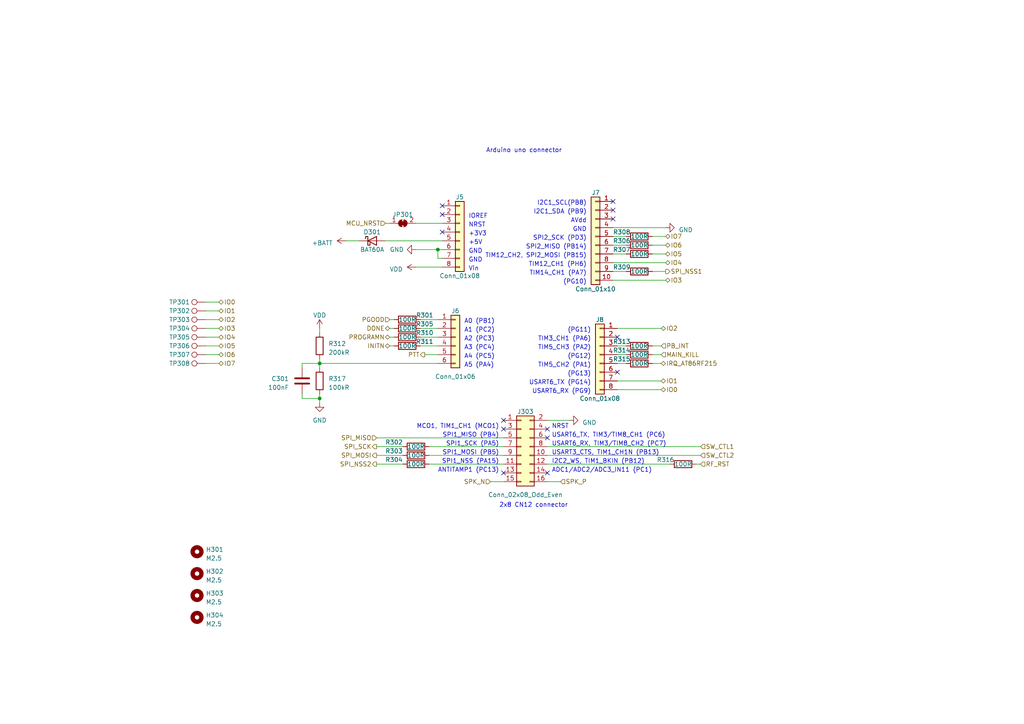
<source format=kicad_sch>
(kicad_sch (version 20230121) (generator eeschema)
  (paper "A4")
  (title_block (title "OpenHT - open source SDR handheld") (date "2023-02-17") (rev "A") (company "M17 Project") (comment 1 "Authors: Wojciech SP5WWP, Leo Hofer, Morgan ON4MOD"))
  (lib_symbols
    (symbol "Connector:TestPoint" (pin_numbers hide) (pin_names (offset 0.762) hide)
      (property "Reference" "TP" (at 0 6.858 0))
      (property "Value" "TestPoint" (at 0 5.08 0))
      (symbol "TestPoint_0_1"
        (circle (center 0 3.302) (radius 0.762))
      )
      (symbol "TestPoint_1_1"
        (pin passive line (at 0 0 90) (length 2.54) (name "1") (number "1"))
      )
    )
    (symbol "Connector_Generic:Conn_01x06" (pin_names (offset 1.016) hide)
      (property "Reference" "J" (at 0 7.62 0))
      (property "Value" "Conn_01x06" (at 0 -10.16 0))
      (symbol "Conn_01x06_1_1"
        (rectangle (start -1.27 -7.493) (end 0 -7.747) (stroke (width 0.1524)))
        (rectangle (start -1.27 -4.953) (end 0 -5.207) (stroke (width 0.1524)))
        (rectangle (start -1.27 -2.413) (end 0 -2.667) (stroke (width 0.1524)))
        (rectangle (start -1.27 0.127) (end 0 -0.127) (stroke (width 0.1524)))
        (rectangle (start -1.27 2.667) (end 0 2.413) (stroke (width 0.1524)))
        (rectangle (start -1.27 5.207) (end 0 4.953) (stroke (width 0.1524)))
        (rectangle (start -1.27 6.35) (end 1.27 -8.89) (stroke (width 0.254)) (fill (type background)))
        (pin passive line (at -5.08 5.08 0) (length 3.81) (name "Pin_1") (number "1"))
        (pin passive line (at -5.08 2.54 0) (length 3.81) (name "Pin_2") (number "2"))
        (pin passive line (at -5.08 0 0) (length 3.81) (name "Pin_3") (number "3"))
        (pin passive line (at -5.08 -2.54 0) (length 3.81) (name "Pin_4") (number "4"))
        (pin passive line (at -5.08 -5.08 0) (length 3.81) (name "Pin_5") (number "5"))
        (pin passive line (at -5.08 -7.62 0) (length 3.81) (name "Pin_6") (number "6"))
      )
    )
    (symbol "Connector_Generic:Conn_01x08" (pin_names (offset 1.016) hide)
      (property "Reference" "J" (at 0 10.16 0))
      (property "Value" "Conn_01x08" (at 0 -12.7 0))
      (symbol "Conn_01x08_1_1"
        (rectangle (start -1.27 -10.033) (end 0 -10.287) (stroke (width 0.1524)))
        (rectangle (start -1.27 -7.493) (end 0 -7.747) (stroke (width 0.1524)))
        (rectangle (start -1.27 -4.953) (end 0 -5.207) (stroke (width 0.1524)))
        (rectangle (start -1.27 -2.413) (end 0 -2.667) (stroke (width 0.1524)))
        (rectangle (start -1.27 0.127) (end 0 -0.127) (stroke (width 0.1524)))
        (rectangle (start -1.27 2.667) (end 0 2.413) (stroke (width 0.1524)))
        (rectangle (start -1.27 5.207) (end 0 4.953) (stroke (width 0.1524)))
        (rectangle (start -1.27 7.747) (end 0 7.493) (stroke (width 0.1524)))
        (rectangle (start -1.27 8.89) (end 1.27 -11.43) (stroke (width 0.254)) (fill (type background)))
        (pin passive line (at -5.08 7.62 0) (length 3.81) (name "Pin_1") (number "1"))
        (pin passive line (at -5.08 5.08 0) (length 3.81) (name "Pin_2") (number "2"))
        (pin passive line (at -5.08 2.54 0) (length 3.81) (name "Pin_3") (number "3"))
        (pin passive line (at -5.08 0 0) (length 3.81) (name "Pin_4") (number "4"))
        (pin passive line (at -5.08 -2.54 0) (length 3.81) (name "Pin_5") (number "5"))
        (pin passive line (at -5.08 -5.08 0) (length 3.81) (name "Pin_6") (number "6"))
        (pin passive line (at -5.08 -7.62 0) (length 3.81) (name "Pin_7") (number "7"))
        (pin passive line (at -5.08 -10.16 0) (length 3.81) (name "Pin_8") (number "8"))
      )
    )
    (symbol "Connector_Generic:Conn_01x10" (pin_names (offset 1.016) hide)
      (property "Reference" "J" (at 0 12.7 0))
      (property "Value" "Conn_01x10" (at 0 -15.24 0))
      (symbol "Conn_01x10_1_1"
        (rectangle (start -1.27 -12.573) (end 0 -12.827) (stroke (width 0.1524)))
        (rectangle (start -1.27 -10.033) (end 0 -10.287) (stroke (width 0.1524)))
        (rectangle (start -1.27 -7.493) (end 0 -7.747) (stroke (width 0.1524)))
        (rectangle (start -1.27 -4.953) (end 0 -5.207) (stroke (width 0.1524)))
        (rectangle (start -1.27 -2.413) (end 0 -2.667) (stroke (width 0.1524)))
        (rectangle (start -1.27 0.127) (end 0 -0.127) (stroke (width 0.1524)))
        (rectangle (start -1.27 2.667) (end 0 2.413) (stroke (width 0.1524)))
        (rectangle (start -1.27 5.207) (end 0 4.953) (stroke (width 0.1524)))
        (rectangle (start -1.27 7.747) (end 0 7.493) (stroke (width 0.1524)))
        (rectangle (start -1.27 10.287) (end 0 10.033) (stroke (width 0.1524)))
        (rectangle (start -1.27 11.43) (end 1.27 -13.97) (stroke (width 0.254)) (fill (type background)))
        (pin passive line (at -5.08 10.16 0) (length 3.81) (name "Pin_1") (number "1"))
        (pin passive line (at -5.08 -12.7 0) (length 3.81) (name "Pin_10") (number "10"))
        (pin passive line (at -5.08 7.62 0) (length 3.81) (name "Pin_2") (number "2"))
        (pin passive line (at -5.08 5.08 0) (length 3.81) (name "Pin_3") (number "3"))
        (pin passive line (at -5.08 2.54 0) (length 3.81) (name "Pin_4") (number "4"))
        (pin passive line (at -5.08 0 0) (length 3.81) (name "Pin_5") (number "5"))
        (pin passive line (at -5.08 -2.54 0) (length 3.81) (name "Pin_6") (number "6"))
        (pin passive line (at -5.08 -5.08 0) (length 3.81) (name "Pin_7") (number "7"))
        (pin passive line (at -5.08 -7.62 0) (length 3.81) (name "Pin_8") (number "8"))
        (pin passive line (at -5.08 -10.16 0) (length 3.81) (name "Pin_9") (number "9"))
      )
    )
    (symbol "Connector_Generic:Conn_02x08_Odd_Even" (pin_names (offset 1.016) hide)
      (property "Reference" "J" (at 1.27 10.16 0))
      (property "Value" "Conn_02x08_Odd_Even" (at 1.27 -12.7 0))
      (symbol "Conn_02x08_Odd_Even_1_1"
        (rectangle (start -1.27 -10.033) (end 0 -10.287) (stroke (width 0.1524)))
        (rectangle (start -1.27 -7.493) (end 0 -7.747) (stroke (width 0.1524)))
        (rectangle (start -1.27 -4.953) (end 0 -5.207) (stroke (width 0.1524)))
        (rectangle (start -1.27 -2.413) (end 0 -2.667) (stroke (width 0.1524)))
        (rectangle (start -1.27 0.127) (end 0 -0.127) (stroke (width 0.1524)))
        (rectangle (start -1.27 2.667) (end 0 2.413) (stroke (width 0.1524)))
        (rectangle (start -1.27 5.207) (end 0 4.953) (stroke (width 0.1524)))
        (rectangle (start -1.27 7.747) (end 0 7.493) (stroke (width 0.1524)))
        (rectangle (start -1.27 8.89) (end 3.81 -11.43) (stroke (width 0.254)) (fill (type background)))
        (rectangle (start 3.81 -10.033) (end 2.54 -10.287) (stroke (width 0.1524)))
        (rectangle (start 3.81 -7.493) (end 2.54 -7.747) (stroke (width 0.1524)))
        (rectangle (start 3.81 -4.953) (end 2.54 -5.207) (stroke (width 0.1524)))
        (rectangle (start 3.81 -2.413) (end 2.54 -2.667) (stroke (width 0.1524)))
        (rectangle (start 3.81 0.127) (end 2.54 -0.127) (stroke (width 0.1524)))
        (rectangle (start 3.81 2.667) (end 2.54 2.413) (stroke (width 0.1524)))
        (rectangle (start 3.81 5.207) (end 2.54 4.953) (stroke (width 0.1524)))
        (rectangle (start 3.81 7.747) (end 2.54 7.493) (stroke (width 0.1524)))
        (pin passive line (at -5.08 7.62 0) (length 3.81) (name "Pin_1") (number "1"))
        (pin passive line (at 7.62 -2.54 180) (length 3.81) (name "Pin_10") (number "10"))
        (pin passive line (at -5.08 -5.08 0) (length 3.81) (name "Pin_11") (number "11"))
        (pin passive line (at 7.62 -5.08 180) (length 3.81) (name "Pin_12") (number "12"))
        (pin passive line (at -5.08 -7.62 0) (length 3.81) (name "Pin_13") (number "13"))
        (pin passive line (at 7.62 -7.62 180) (length 3.81) (name "Pin_14") (number "14"))
        (pin passive line (at -5.08 -10.16 0) (length 3.81) (name "Pin_15") (number "15"))
        (pin passive line (at 7.62 -10.16 180) (length 3.81) (name "Pin_16") (number "16"))
        (pin passive line (at 7.62 7.62 180) (length 3.81) (name "Pin_2") (number "2"))
        (pin passive line (at -5.08 5.08 0) (length 3.81) (name "Pin_3") (number "3"))
        (pin passive line (at 7.62 5.08 180) (length 3.81) (name "Pin_4") (number "4"))
        (pin passive line (at -5.08 2.54 0) (length 3.81) (name "Pin_5") (number "5"))
        (pin passive line (at 7.62 2.54 180) (length 3.81) (name "Pin_6") (number "6"))
        (pin passive line (at -5.08 0 0) (length 3.81) (name "Pin_7") (number "7"))
        (pin passive line (at 7.62 0 180) (length 3.81) (name "Pin_8") (number "8"))
        (pin passive line (at -5.08 -2.54 0) (length 3.81) (name "Pin_9") (number "9"))
      )
    )
    (symbol "Device:C" (pin_numbers hide) (pin_names (offset 0.254))
      (property "Reference" "C" (at 0.635 2.54 0))
      (property "Value" "C" (at 0.635 -2.54 0))
      (symbol "C_0_1"
        (polyline (pts (xy -2.032 -0.762) (xy 2.032 -0.762)) (stroke (width 0.508)))
        (polyline (pts (xy -2.032 0.762) (xy 2.032 0.762)) (stroke (width 0.508)))
      )
      (symbol "C_1_1"
        (pin passive line (at 0 3.81 270) (length 2.794) (name "~") (number "1"))
        (pin passive line (at 0 -3.81 90) (length 2.794) (name "~") (number "2"))
      )
    )
    (symbol "Device:D_Schottky" (pin_numbers hide) (pin_names (offset 1.016) hide)
      (property "Reference" "D" (at 0 2.54 0))
      (property "Value" "D_Schottky" (at 0 -2.54 0))
      (symbol "D_Schottky_0_1"
        (polyline (pts (xy 1.27 0) (xy -1.27 0)))
        (polyline (pts (xy 1.27 1.27) (xy 1.27 -1.27) (xy -1.27 0) (xy 1.27 1.27)) (stroke (width 0.254)))
        (polyline (pts (xy -1.905 0.635) (xy -1.905 1.27) (xy -1.27 1.27) (xy -1.27 -1.27) (xy -0.635 -1.27) (xy -0.635 -0.635)) (stroke (width 0.254)))
      )
      (symbol "D_Schottky_1_1"
        (pin passive line (at -3.81 0 0) (length 2.54) (name "K") (number "1"))
        (pin passive line (at 3.81 0 180) (length 2.54) (name "A") (number "2"))
      )
    )
    (symbol "Device:R" (pin_numbers hide) (pin_names (offset 0))
      (property "Reference" "R" (at 2.032 0 90))
      (property "Value" "R" (at 0 0 90))
      (symbol "R_0_1"
        (rectangle (start -1.016 -2.54) (end 1.016 2.54) (stroke (width 0.254)))
      )
      (symbol "R_1_1"
        (pin passive line (at 0 3.81 270) (length 1.27) (name "~") (number "1"))
        (pin passive line (at 0 -3.81 90) (length 1.27) (name "~") (number "2"))
      )
    )
    (symbol "Jumper:SolderJumper_2_Bridged" (pin_names (offset 0) hide)
      (property "Reference" "JP" (at 0 2.032 0))
      (property "Value" "SolderJumper_2_Bridged" (at 0 -2.54 0))
      (symbol "SolderJumper_2_Bridged_0_1"
        (rectangle (start -0.508 0.508) (end 0.508 -0.508) (fill (type outline)))
        (arc (start -0.254 1.016) (mid -1.2656 0) (end -0.254 -1.016))
        (arc (start -0.254 1.016) (mid -1.2656 0) (end -0.254 -1.016) (fill (type outline)))
        (polyline (pts (xy -0.254 1.016) (xy -0.254 -1.016)))
        (polyline (pts (xy 0.254 1.016) (xy 0.254 -1.016)))
        (arc (start 0.254 -1.016) (mid 1.2656 0) (end 0.254 1.016))
        (arc (start 0.254 -1.016) (mid 1.2656 0) (end 0.254 1.016) (fill (type outline)))
      )
      (symbol "SolderJumper_2_Bridged_1_1"
        (pin passive line (at -3.81 0 0) (length 2.54) (name "A") (number "1"))
        (pin passive line (at 3.81 0 180) (length 2.54) (name "B") (number "2"))
      )
    )
    (symbol "Mechanical:MountingHole" (pin_names (offset 1.016))
      (property "Reference" "H" (at 0 5.08 0))
      (property "Value" "MountingHole" (at 0 3.175 0))
      (symbol "MountingHole_0_1"
        (circle (center 0 0) (radius 1.27) (stroke (width 1.27)))
      )
    )
    (symbol "power:+BATT" (power) (pin_names (offset 0))
      (property "Value" "+BATT" (at 0 3.556 0))
      (symbol "+BATT_0_1"
        (polyline (pts (xy -0.762 1.27) (xy 0 2.54)))
        (polyline (pts (xy 0 0) (xy 0 2.54)))
        (polyline (pts (xy 0 2.54) (xy 0.762 1.27)))
      )
      (symbol "+BATT_1_1"
        (pin power_in line (at 0 0 90) (length 0) hide (name "+BATT") (number "1"))
      )
    )
    (symbol "power:GND" (power) (pin_names (offset 0))
      (property "Value" "GND" (at 0 -3.81 0))
      (symbol "GND_0_1"
        (polyline (pts (xy 0 0) (xy 0 -1.27) (xy 1.27 -1.27) (xy 0 -2.54) (xy -1.27 -1.27) (xy 0 -1.27)))
      )
      (symbol "GND_1_1"
        (pin power_in line (at 0 0 270) (length 0) hide (name "GND") (number "1"))
      )
    )
    (symbol "power:VDD" (power) (pin_names (offset 0))
      (property "Value" "VDD" (at 0 3.81 0))
      (symbol "VDD_0_1"
        (polyline (pts (xy -0.762 1.27) (xy 0 2.54)))
        (polyline (pts (xy 0 0) (xy 0 2.54)))
        (polyline (pts (xy 0 2.54) (xy 0.762 1.27)))
      )
      (symbol "VDD_1_1"
        (pin power_in line (at 0 0 90) (length 0) hide (name "VDD") (number "1"))
      )
    )
  )
  (junction (at 92.71 105.41))
  (junction (at 92.71 115.57))
  (junction (at 127 72.39))
  (no_connect (at 177.8 60.96))
  (no_connect (at 179.07 107.95))
  (no_connect (at 128.27 59.69))
  (no_connect (at 179.07 97.79))
  (no_connect (at 128.27 62.23))
  (no_connect (at 128.27 67.31))
  (no_connect (at 146.05 121.92))
  (no_connect (at 158.75 127))
  (no_connect (at 177.8 63.5))
  (no_connect (at 146.05 137.16))
  (no_connect (at 146.05 124.46))
  (no_connect (at 158.75 137.16))
  (no_connect (at 158.75 124.46))
  (no_connect (at 177.8 58.42))
  (wire (pts (xy 59.69 90.17) (xy 63.5 90.17)))
  (wire (pts (xy 121.92 95.25) (xy 127 95.25)))
  (wire (pts (xy 92.71 105.41) (xy 127 105.41)))
  (wire (pts (xy 120.65 64.77) (xy 128.27 64.77)))
  (wire (pts (xy 92.71 116.84) (xy 92.71 115.57)))
  (wire (pts (xy 59.69 102.87) (xy 63.5 102.87)))
  (wire (pts (xy 127 72.39) (xy 120.65 72.39)))
  (wire (pts (xy 59.69 87.63) (xy 63.5 87.63)))
  (wire (pts (xy 165.1 121.92) (xy 158.75 121.92)))
  (wire (pts (xy 59.69 97.79) (xy 63.5 97.79)))
  (wire (pts (xy 109.22 129.54) (xy 116.84 129.54)))
  (wire (pts (xy 189.23 68.58) (xy 193.04 68.58)))
  (wire (pts (xy 179.07 102.87) (xy 181.61 102.87)))
  (wire (pts (xy 189.23 78.74) (xy 193.04 78.74)))
  (wire (pts (xy 113.03 95.25) (xy 114.3 95.25)))
  (wire (pts (xy 92.71 114.3) (xy 92.71 115.57)))
  (wire (pts (xy 111.76 69.85) (xy 128.27 69.85)))
  (wire (pts (xy 158.75 139.7) (xy 162.56 139.7)))
  (wire (pts (xy 113.03 100.33) (xy 114.3 100.33)))
  (wire (pts (xy 113.03 92.71) (xy 114.3 92.71)))
  (wire (pts (xy 124.46 132.08) (xy 146.05 132.08)))
  (wire (pts (xy 121.92 100.33) (xy 127 100.33)))
  (wire (pts (xy 158.75 134.62) (xy 194.31 134.62)))
  (wire (pts (xy 120.65 77.47) (xy 128.27 77.47)))
  (wire (pts (xy 177.8 73.66) (xy 181.61 73.66)))
  (wire (pts (xy 109.22 127) (xy 146.05 127)))
  (wire (pts (xy 158.75 129.54) (xy 203.2 129.54)))
  (wire (pts (xy 121.92 92.71) (xy 127 92.71)))
  (wire (pts (xy 177.8 71.12) (xy 181.61 71.12)))
  (wire (pts (xy 179.07 100.33) (xy 181.61 100.33)))
  (wire (pts (xy 201.93 134.62) (xy 203.2 134.62)))
  (wire (pts (xy 177.8 76.2) (xy 193.04 76.2)))
  (wire (pts (xy 111.76 64.77) (xy 113.03 64.77)))
  (wire (pts (xy 87.63 105.41) (xy 92.71 105.41)))
  (wire (pts (xy 92.71 105.41) (xy 92.71 106.68)))
  (wire (pts (xy 109.22 134.62) (xy 116.84 134.62)))
  (wire (pts (xy 123.19 102.87) (xy 127 102.87)))
  (wire (pts (xy 127 72.39) (xy 128.27 72.39)))
  (wire (pts (xy 189.23 102.87) (xy 191.77 102.87)))
  (wire (pts (xy 177.8 78.74) (xy 181.61 78.74)))
  (wire (pts (xy 124.46 129.54) (xy 146.05 129.54)))
  (wire (pts (xy 177.8 68.58) (xy 181.61 68.58)))
  (wire (pts (xy 127 74.93) (xy 127 72.39)))
  (wire (pts (xy 177.8 66.04) (xy 193.04 66.04)))
  (wire (pts (xy 179.07 113.03) (xy 191.77 113.03)))
  (wire (pts (xy 100.33 69.85) (xy 104.14 69.85)))
  (wire (pts (xy 189.23 105.41) (xy 191.77 105.41)))
  (wire (pts (xy 113.03 97.79) (xy 114.3 97.79)))
  (wire (pts (xy 179.07 95.25) (xy 191.77 95.25)))
  (wire (pts (xy 109.22 132.08) (xy 116.84 132.08)))
  (wire (pts (xy 189.23 71.12) (xy 193.04 71.12)))
  (wire (pts (xy 142.24 139.7) (xy 146.05 139.7)))
  (wire (pts (xy 59.69 105.41) (xy 63.5 105.41)))
  (wire (pts (xy 189.23 73.66) (xy 193.04 73.66)))
  (wire (pts (xy 59.69 92.71) (xy 63.5 92.71)))
  (wire (pts (xy 179.07 110.49) (xy 191.77 110.49)))
  (wire (pts (xy 121.92 97.79) (xy 127 97.79)))
  (wire (pts (xy 128.27 74.93) (xy 127 74.93)))
  (wire (pts (xy 59.69 95.25) (xy 63.5 95.25)))
  (wire (pts (xy 87.63 115.57) (xy 92.71 115.57)))
  (wire (pts (xy 177.8 81.28) (xy 193.04 81.28)))
  (wire (pts (xy 59.69 100.33) (xy 63.5 100.33)))
  (wire (pts (xy 179.07 105.41) (xy 181.61 105.41)))
  (wire (pts (xy 158.75 132.08) (xy 203.2 132.08)))
  (wire (pts (xy 87.63 114.3) (xy 87.63 115.57)))
  (wire (pts (xy 189.23 100.33) (xy 191.77 100.33)))
  (wire (pts (xy 87.63 105.41) (xy 87.63 106.68)))
  (wire (pts (xy 92.71 104.14) (xy 92.71 105.41)))
  (wire (pts (xy 124.46 134.62) (xy 146.05 134.62)))
  (wire (pts (xy 92.71 95.25) (xy 92.71 96.52)))
  (text "SPI1_MISO (PB4)" (at 144.78 127 0) (effects (font (size 1.27 1.27)) (justify right bottom)))
  (text "(PG12)" (at 171.45 104.14 0) (effects (font (size 1.27 1.27)) (justify right bottom)))
  (text "NRST" (at 135.89 66.04 0) (effects (font (size 1.27 1.27)) (justify left bottom)))
  (text "I2C1_SDA (PB9)" (at 170.18 62.23 0) (effects (font (size 1.27 1.27)) (justify right bottom)))
  (text "TIM12_CH1 (PH6)" (at 170.18 77.47 0) (effects (font (size 1.27 1.27)) (justify right bottom)))
  (text "A0 (PB1)" (at 134.62 93.98 0) (effects (font (size 1.27 1.27)) (justify left bottom)))
  (text "+5V" (at 135.89 71.12 0) (effects (font (size 1.27 1.27)) (justify left bottom)))
  (text "AVdd" (at 170.18 64.77 0) (effects (font (size 1.27 1.27)) (justify right bottom)))
  (text "I2C2_WS, TIM1_BKIN (PB12)" (at 160.02 134.62 0) (effects (font (size 1.27 1.27)) (justify left bottom)))
  (text "TIM3_CH1 (PA6)" (at 171.45 99.06 0) (effects (font (size 1.27 1.27)) (justify right bottom)))
  (text "I2C1_SCL(PB8)" (at 170.18 59.69 0) (effects (font (size 1.27 1.27)) (justify right bottom)))
  (text "TIM5_CH2 (PA1)" (at 171.45 106.68 0) (effects (font (size 1.27 1.27)) (justify right bottom)))
  (text "A4 (PC5)" (at 134.62 104.14 0) (effects (font (size 1.27 1.27)) (justify left bottom)))
  (text "USART6_TX (PG14)" (at 171.45 111.76 0) (effects (font (size 1.27 1.27)) (justify right bottom)))
  (text "USART6_RX, TIM3/TIM8_CH2 (PC7)" (at 160.02 129.54 0) (effects (font (size 1.27 1.27)) (justify left bottom)))
  (text "MCO1, TIM1_CH1 (MCO1)" (at 144.78 124.46 0) (effects (font (size 1.27 1.27)) (justify right bottom)))
  (text "SPI1_MOSI (PB5)" (at 144.78 132.08 0) (effects (font (size 1.27 1.27)) (justify right bottom)))
  (text "GND" (at 135.89 73.66 0) (effects (font (size 1.27 1.27)) (justify left bottom)))
  (text "SPI2_MISO (PB14)" (at 170.18 72.39 0) (effects (font (size 1.27 1.27)) (justify right bottom)))
  (text "SPI1_NSS (PA15)" (at 144.78 134.62 0) (effects (font (size 1.27 1.27)) (justify right bottom)))
  (text "USART6_RX (PG9)" (at 171.45 114.3 0) (effects (font (size 1.27 1.27)) (justify right bottom)))
  (text "(PG11)" (at 171.45 96.52 0) (effects (font (size 1.27 1.27)) (justify right bottom)))
  (text "(PG10)" (at 170.18 82.55 0) (effects (font (size 1.27 1.27)) (justify right bottom)))
  (text "IOREF" (at 135.89 63.5 0) (effects (font (size 1.27 1.27)) (justify left bottom)))
  (text "2x8 CN12 connector" (at 144.78 147.32 0) (effects (font (size 1.27 1.27)) (justify left bottom)))
  (text "USART6_TX, TIM3/TIM8_CH1 (PC6)" (at 160.02 127 0) (effects (font (size 1.27 1.27)) (justify left bottom)))
  (text "TIM12_CH2, SPI2_MOSI (PB15)" (at 170.18 74.93 0) (effects (font (size 1.27 1.27)) (justify right bottom)))
  (text "SPI1_SCK (PA5)" (at 144.78 129.54 0) (effects (font (size 1.27 1.27)) (justify right bottom)))
  (text "A1 (PC2)" (at 134.62 96.52 0) (effects (font (size 1.27 1.27)) (justify left bottom)))
  (text "A5 (PA4)" (at 134.62 106.68 0) (effects (font (size 1.27 1.27)) (justify left bottom)))
  (text "NRST" (at 160.02 124.46 0) (effects (font (size 1.27 1.27)) (justify left bottom)))
  (text "TIM14_CH1 (PA7)" (at 170.18 80.01 0) (effects (font (size 1.27 1.27)) (justify right bottom)))
  (text "GND" (at 135.89 76.2 0) (effects (font (size 1.27 1.27)) (justify left bottom)))
  (text "ADC1/ADC2/ADC3_IN11 (PC1)" (at 160.02 137.16 0) (effects (font (size 1.27 1.27)) (justify left bottom)))
  (text "+3V3" (at 135.89 68.58 0) (effects (font (size 1.27 1.27)) (justify left bottom)))
  (text "SPI2_SCK (PD3)" (at 170.18 69.85 0) (effects (font (size 1.27 1.27)) (justify right bottom)))
  (text "Vin" (at 135.89 78.74 0) (effects (font (size 1.27 1.27)) (justify left bottom)))
  (text "A3 (PC4)" (at 134.62 101.6 0) (effects (font (size 1.27 1.27)) (justify left bottom)))
  (text "ANTITAMP1 (PC13)" (at 144.78 137.16 0) (effects (font (size 1.27 1.27)) (justify right bottom)))
  (text "Arduino uno connector" (at 140.97 44.45 0) (effects (font (size 1.27 1.27)) (justify left bottom)))
  (text "GND" (at 170.18 67.31 0) (effects (font (size 1.27 1.27)) (justify right bottom)))
  (text "A2 (PC3)" (at 134.62 99.06 0) (effects (font (size 1.27 1.27)) (justify left bottom)))
  (text "TIM5_CH3 (PA2)" (at 171.45 101.6 0) (effects (font (size 1.27 1.27)) (justify right bottom)))
  (text "(PG13)" (at 171.45 109.22 0) (effects (font (size 1.27 1.27)) (justify right bottom)))
  (text "USART3_CTS, TIM1_CH1N (PB13)" (at 160.02 132.08 0) (effects (font (size 1.27 1.27)) (justify left bottom)))
  (hierarchical_label "MAIN_KILL" (shape input) (at 191.77 102.87 0))
  (hierarchical_label "DONE" (shape bidirectional) (at 113.03 95.25 180))
  (hierarchical_label "IO2" (shape bidirectional) (at 63.5 92.71 0))
  (hierarchical_label "IO0" (shape bidirectional) (at 63.5 87.63 0))
  (hierarchical_label "SW_CTL1" (shape input) (at 203.2 129.54 0))
  (hierarchical_label "IRQ_AT86RF215" (shape bidirectional) (at 191.77 105.41 0))
  (hierarchical_label "SPI_SCK" (shape output) (at 109.22 129.54 180))
  (hierarchical_label "IO5" (shape bidirectional) (at 193.04 73.66 0))
  (hierarchical_label "IO0" (shape bidirectional) (at 191.77 113.03 0))
  (hierarchical_label "SPI_NSS1" (shape output) (at 193.04 78.74 0))
  (hierarchical_label "IO3" (shape bidirectional) (at 193.04 81.28 0))
  (hierarchical_label "IO7" (shape bidirectional) (at 193.04 68.58 0))
  (hierarchical_label "SPI_MISO" (shape input) (at 109.22 127 180))
  (hierarchical_label "IO3" (shape bidirectional) (at 63.5 95.25 0))
  (hierarchical_label "IO2" (shape bidirectional) (at 191.77 95.25 0))
  (hierarchical_label "IO4" (shape bidirectional) (at 193.04 76.2 0))
  (hierarchical_label "PB_INT" (shape input) (at 191.77 100.33 0))
  (hierarchical_label "IO1" (shape bidirectional) (at 63.5 90.17 0))
  (hierarchical_label "PROGRAMN" (shape bidirectional) (at 113.03 97.79 180))
  (hierarchical_label "PTT" (shape output) (at 123.19 102.87 180))
  (hierarchical_label "IO6" (shape bidirectional) (at 63.5 102.87 0))
  (hierarchical_label "SPK_P" (shape input) (at 162.56 139.7 0))
  (hierarchical_label "IO6" (shape bidirectional) (at 193.04 71.12 0))
  (hierarchical_label "IO4" (shape bidirectional) (at 63.5 97.79 0))
  (hierarchical_label "MCU_NRST" (shape input) (at 111.76 64.77 180))
  (hierarchical_label "SPI_MOSI" (shape output) (at 109.22 132.08 180))
  (hierarchical_label "IO7" (shape bidirectional) (at 63.5 105.41 0))
  (hierarchical_label "RF_RST" (shape input) (at 203.2 134.62 0))
  (hierarchical_label "SPI_NSS2" (shape output) (at 109.22 134.62 180))
  (hierarchical_label "INITN" (shape bidirectional) (at 113.03 100.33 180))
  (hierarchical_label "SW_CTL2" (shape input) (at 203.2 132.08 0))
  (hierarchical_label "IO1" (shape bidirectional) (at 191.77 110.49 0))
  (hierarchical_label "PGOOD" (shape input) (at 113.03 92.71 180))
  (hierarchical_label "SPK_N" (shape input) (at 142.24 139.7 180))
  (hierarchical_label "IO5" (shape bidirectional) (at 63.5 100.33 0))
  (symbol (lib_id "Connector:TestPoint") (at 59.69 100.33 90) (unit 1)
    (property "Reference" "TP306" (at 52.07 100.33 90))
    (property "Value" "TestPoint" (effects hide))
    (property "Footprint" "TestPoint:TestPoint_Loop_D2.50mm_Drill1.0mm" (effects hide))
  )
  (symbol (lib_id "Connector_Generic:Conn_01x08") (at 173.99 102.87 0) (mirror y) (unit 1)
    (property "Reference" "J8" (at 173.99 92.71 0))
    (property "Value" "Conn_01x08" (at 173.99 115.57 0))
    (property "Footprint" "Connector_PinHeader_2.54mm:PinHeader_1x08_P2.54mm_Vertical" (effects hide))
    (instances (project "OpenHT-RF" (path "" (reference "J8") (unit 1)) (path "" (reference "J305") (unit 1))))
  )
  (symbol (lib_id "Device:R") (at 92.71 100.33 0) (unit 1)
    (property "Reference" "R312" (at 95.25 99.695 0) (effects (justify left)))
    (property "Value" "200kR" (at 95.25 102.235 0) (effects (justify left)))
    (property "Footprint" "Resistor_SMD:R_0402_1005Metric" (effects hide))
  )
  (symbol (lib_id "Connector:TestPoint") (at 59.69 102.87 90) (unit 1)
    (property "Reference" "TP307" (at 52.07 102.87 90))
    (property "Value" "TestPoint" (effects hide))
    (property "Footprint" "TestPoint:TestPoint_Loop_D2.50mm_Drill1.0mm" (effects hide))
  )
  (symbol (lib_id "Device:R") (at 185.42 73.66 90) (unit 1)
    (property "Reference" "R307" (at 180.34 72.39 90))
    (property "Value" "100R" (at 185.42 73.66 90))
    (property "Footprint" "Resistor_SMD:R_0402_1005Metric" (effects hide))
  )
  (symbol (lib_id "Mechanical:MountingHole") (at 57.15 166.37 0) (unit 1)
    (property "Reference" "H302" (at 59.69 165.735 0) (effects (justify left)))
    (property "Value" "M2.5" (at 59.69 168.275 0) (effects (justify left)))
    (property "Footprint" "MountingHole:MountingHole_2.7mm_M2.5" (effects hide))
  )
  (symbol (lib_id "Device:D_Schottky") (at 107.95 69.85 0) (unit 1)
    (property "Reference" "D301" (at 107.95 67.31 0))
    (property "Value" "BAT60A" (at 107.95 72.39 0))
    (property "Footprint" "Diode_SMD:D_SOD-323" (effects hide))
  )
  (symbol (lib_id "Device:R") (at 120.65 129.54 90) (unit 1)
    (property "Reference" "R302" (at 114.3 128.27 90))
    (property "Value" "100R" (at 120.65 129.54 90))
    (property "Footprint" "Resistor_SMD:R_0402_1005Metric" (effects hide))
  )
  (symbol (lib_id "Device:R") (at 118.11 92.71 270) (mirror x) (unit 1)
    (property "Reference" "R301" (at 123.19 91.44 90))
    (property "Value" "100R" (at 118.11 92.71 90))
    (property "Footprint" "Resistor_SMD:R_0402_1005Metric" (effects hide))
  )
  (symbol (lib_id "Connector:TestPoint") (at 59.69 97.79 90) (unit 1)
    (property "Reference" "TP305" (at 52.07 97.79 90))
    (property "Value" "TestPoint" (effects hide))
    (property "Footprint" "TestPoint:TestPoint_Loop_D2.50mm_Drill1.0mm" (effects hide))
  )
  (symbol (lib_id "Device:R") (at 198.12 134.62 90) (unit 1)
    (property "Reference" "R316" (at 193.04 133.35 90))
    (property "Value" "100R" (at 198.12 134.62 90))
    (property "Footprint" "Resistor_SMD:R_0402_1005Metric" (effects hide))
  )
  (symbol (lib_id "Mechanical:MountingHole") (at 57.15 179.07 0) (unit 1)
    (property "Reference" "H304" (at 59.69 178.435 0) (effects (justify left)))
    (property "Value" "M2.5" (at 59.69 180.975 0) (effects (justify left)))
    (property "Footprint" "MountingHole:MountingHole_2.7mm_M2.5" (effects hide))
  )
  (symbol (lib_id "Device:R") (at 185.42 100.33 90) (unit 1)
    (property "Reference" "R313" (at 180.34 99.06 90))
    (property "Value" "100R" (at 185.42 100.33 90))
    (property "Footprint" "Resistor_SMD:R_0402_1005Metric" (effects hide))
  )
  (symbol (lib_id "Device:R") (at 185.42 78.74 90) (unit 1)
    (property "Reference" "R309" (at 180.34 77.47 90))
    (property "Value" "100R" (at 185.42 78.74 90))
    (property "Footprint" "Resistor_SMD:R_0402_1005Metric" (effects hide))
  )
  (symbol (lib_id "Connector:TestPoint") (at 59.69 105.41 90) (unit 1)
    (property "Reference" "TP308" (at 52.07 105.41 90))
    (property "Value" "TestPoint" (effects hide))
    (property "Footprint" "TestPoint:TestPoint_Loop_D2.50mm_Drill1.0mm" (effects hide))
  )
  (symbol (lib_id "Connector:TestPoint") (at 59.69 92.71 90) (unit 1)
    (property "Reference" "TP303" (at 52.07 92.71 90))
    (property "Value" "TestPoint" (effects hide))
    (property "Footprint" "TestPoint:TestPoint_Loop_D2.50mm_Drill1.0mm" (effects hide))
  )
  (symbol (lib_id "Device:R") (at 118.11 100.33 270) (mirror x) (unit 1)
    (property "Reference" "R311" (at 123.19 99.06 90))
    (property "Value" "100R" (at 118.11 100.33 90))
    (property "Footprint" "Resistor_SMD:R_0402_1005Metric" (effects hide))
  )
  (symbol (lib_id "Connector_Generic:Conn_01x10") (at 172.72 68.58 0) (mirror y) (unit 1)
    (property "Reference" "J7" (at 173.99 55.88 0) (effects (justify left)))
    (property "Value" "Conn_01x10" (at 172.72 83.82 0))
    (property "Footprint" "Connector_PinHeader_2.54mm:PinHeader_1x10_P2.54mm_Vertical" (effects hide))
    (instances (project "OpenHT-RF" (path "" (reference "J7") (unit 1)) (path "" (reference "J304") (unit 1))))
  )
  (symbol (lib_id "Device:R") (at 92.71 110.49 0) (unit 1)
    (property "Reference" "R317" (at 95.25 109.855 0) (effects (justify left)))
    (property "Value" "100kR" (at 95.25 112.395 0) (effects (justify left)))
    (property "Footprint" "Resistor_SMD:R_0402_1005Metric" (effects hide))
  )
  (symbol (lib_id "Device:R") (at 185.42 105.41 90) (unit 1)
    (property "Reference" "R315" (at 180.34 104.14 90))
    (property "Value" "100R" (at 185.42 105.41 90))
    (property "Footprint" "Resistor_SMD:R_0402_1005Metric" (effects hide))
  )
  (symbol (lib_id "Device:R") (at 120.65 134.62 90) (unit 1)
    (property "Reference" "R304" (at 114.3 133.35 90))
    (property "Value" "100R" (at 120.65 134.62 90))
    (property "Footprint" "Resistor_SMD:R_0402_1005Metric" (effects hide))
  )
  (symbol (lib_id "power:+BATT") (at 100.33 69.85 90) (unit 1)
    (property "Reference" "#PWR0301" (effects hide))
    (property "Value" "+BATT" (at 96.52 70.485 90) (effects (justify left)))
  )
  (symbol (lib_id "Mechanical:MountingHole") (at 57.15 172.72 0) (unit 1)
    (property "Reference" "H303" (at 59.69 172.085 0) (effects (justify left)))
    (property "Value" "M2.5" (at 59.69 174.625 0) (effects (justify left)))
    (property "Footprint" "MountingHole:MountingHole_2.7mm_M2.5" (effects hide))
  )
  (symbol (lib_id "Device:R") (at 185.42 68.58 90) (unit 1)
    (property "Reference" "R308" (at 180.34 67.31 90))
    (property "Value" "100R" (at 185.42 68.58 90))
    (property "Footprint" "Resistor_SMD:R_0402_1005Metric" (effects hide))
  )
  (symbol (lib_id "Device:R") (at 185.42 71.12 90) (unit 1)
    (property "Reference" "R306" (at 180.34 69.85 90))
    (property "Value" "100R" (at 185.42 71.12 90))
    (property "Footprint" "Resistor_SMD:R_0402_1005Metric" (effects hide))
  )
  (symbol (lib_id "Device:R") (at 118.11 95.25 270) (mirror x) (unit 1)
    (property "Reference" "R305" (at 123.19 93.98 90))
    (property "Value" "100R" (at 118.11 95.25 90))
    (property "Footprint" "Resistor_SMD:R_0402_1005Metric" (effects hide))
  )
  (symbol (lib_id "Connector_Generic:Conn_02x08_Odd_Even") (at 151.13 129.54 0) (unit 1)
    (property "Reference" "J303" (at 152.4 119.38 0))
    (property "Value" "Conn_02x08_Odd_Even" (at 152.4 143.51 0))
    (property "Footprint" "Connector_PinSocket_2.54mm:PinSocket_2x08_P2.54mm_Vertical" (effects hide))
  )
  (symbol (lib_id "Connector_Generic:Conn_01x08") (at 133.35 67.31 0) (unit 1)
    (property "Reference" "J5" (at 133.35 57.15 0))
    (property "Value" "Conn_01x08" (at 133.35 80.01 0))
    (property "Footprint" "Connector_PinHeader_2.54mm:PinHeader_1x08_P2.54mm_Vertical" (effects hide))
    (instances (project "OpenHT-RF" (path "" (reference "J5") (unit 1)) (path "" (reference "J302") (unit 1))))
  )
  (symbol (lib_id "Connector_Generic:Conn_01x06") (at 132.08 97.79 0) (unit 1)
    (property "Reference" "J6" (at 132.08 90.17 0))
    (property "Value" "Conn_01x06" (at 132.08 109.22 0))
    (property "Footprint" "Connector_PinHeader_2.54mm:PinHeader_1x06_P2.54mm_Vertical" (effects hide))
    (instances (project "OpenHT-RF" (path "" (reference "J6") (unit 1)) (path "" (reference "J301") (unit 1))))
  )
  (symbol (lib_id "power:VDD") (at 92.71 95.25 0) (unit 1)
    (property "Reference" "#PWR0304" (effects hide))
    (property "Value" "VDD" (at 92.71 91.44 0))
  )
  (symbol (lib_id "Mechanical:MountingHole") (at 57.15 160.02 0) (unit 1)
    (property "Reference" "H301" (at 59.69 159.385 0) (effects (justify left)))
    (property "Value" "M2.5" (at 59.69 161.925 0) (effects (justify left)))
    (property "Footprint" "MountingHole:MountingHole_2.7mm_M2.5" (effects hide))
  )
  (symbol (lib_id "Connector:TestPoint") (at 59.69 95.25 90) (unit 1)
    (property "Reference" "TP304" (at 52.07 95.25 90))
    (property "Value" "TestPoint" (effects hide))
    (property "Footprint" "TestPoint:TestPoint_Loop_D2.50mm_Drill1.0mm" (effects hide))
  )
  (symbol (lib_id "Device:R") (at 120.65 132.08 90) (unit 1)
    (property "Reference" "R303" (at 114.3 130.81 90))
    (property "Value" "100R" (at 120.65 132.08 90))
    (property "Footprint" "Resistor_SMD:R_0402_1005Metric" (effects hide))
  )
  (symbol (lib_id "Device:R") (at 185.42 102.87 90) (unit 1)
    (property "Reference" "R314" (at 180.34 101.6 90))
    (property "Value" "100R" (at 185.42 102.87 90))
    (property "Footprint" "Resistor_SMD:R_0402_1005Metric" (effects hide))
  )
  (symbol (lib_id "Device:R") (at 118.11 97.79 270) (mirror x) (unit 1)
    (property "Reference" "R310" (at 123.19 96.52 90))
    (property "Value" "100R" (at 118.11 97.79 90))
    (property "Footprint" "Resistor_SMD:R_0402_1005Metric" (effects hide))
  )
  (symbol (lib_id "power:GND") (at 92.71 116.84 0) (mirror y) (unit 1)
    (property "Reference" "#PWR0307" (effects hide))
    (property "Value" "GND" (at 92.71 121.92 0))
  )
  (symbol (lib_id "Device:C") (at 87.63 110.49 0) (unit 1)
    (property "Reference" "C301" (at 83.82 109.855 0) (effects (justify right)))
    (property "Value" "100nF" (at 83.82 112.395 0) (effects (justify right)))
    (property "Footprint" "Capacitor_SMD:C_0402_1005Metric" (effects hide))
  )
  (symbol (lib_id "power:GND") (at 165.1 121.92 90) (unit 1)
    (property "Reference" "#PWR0305" (effects hide))
    (property "Value" "GND" (at 168.91 122.555 90) (effects (justify right)))
  )
  (symbol (lib_id "Connector:TestPoint") (at 59.69 90.17 90) (unit 1)
    (property "Reference" "TP302" (at 52.07 90.17 90))
    (property "Value" "TestPoint" (effects hide))
    (property "Footprint" "TestPoint:TestPoint_Loop_D2.50mm_Drill1.0mm" (effects hide))
  )
  (symbol (lib_id "power:GND") (at 193.04 66.04 90) (unit 1)
    (property "Reference" "#PWR0306" (effects hide))
    (property "Value" "GND" (at 196.85 66.675 90) (effects (justify right)))
  )
  (symbol (lib_id "power:VDD") (at 120.65 77.47 90) (unit 1)
    (property "Reference" "#PWR0246" (effects hide))
    (property "Value" "VDD" (at 116.84 78.105 90) (effects (justify left)))
    (instances (project "OpenHT-RF" (path "" (reference "#PWR0246") (unit 1)) (path "" (reference "#PWR0303") (unit 1))))
  )
  (symbol (lib_id "power:GND") (at 120.65 72.39 270) (unit 1)
    (property "Reference" "#PWR0302" (effects hide))
    (property "Value" "GND" (at 113.03 72.39 90) (effects (justify left)))
  )
  (symbol (lib_id "Connector:TestPoint") (at 59.69 87.63 90) (unit 1)
    (property "Reference" "TP301" (at 52.07 87.63 90))
    (property "Value" "TestPoint" (effects hide))
    (property "Footprint" "TestPoint:TestPoint_Loop_D2.50mm_Drill1.0mm" (effects hide))
  )
  (symbol (lib_id "Jumper:SolderJumper_2_Bridged") (at 116.84 64.77 0) (unit 1)
    (property "Reference" "JP301" (at 116.84 62.23 0))
    (property "Value" "SolderJumper_2_Bridged" (effects hide))
    (property "Footprint" "Jumper:SolderJumper-2_P1.3mm_Open_TrianglePad1.0x1.5mm" (effects hide))
  )
)
</source>
